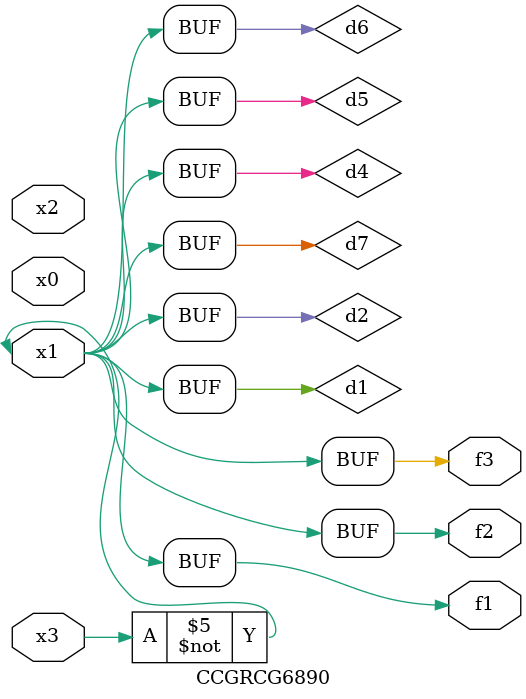
<source format=v>
module CCGRCG6890(
	input x0, x1, x2, x3,
	output f1, f2, f3
);

	wire d1, d2, d3, d4, d5, d6, d7;

	not (d1, x3);
	buf (d2, x1);
	xnor (d3, d1, d2);
	nor (d4, d1);
	buf (d5, d1, d2);
	buf (d6, d4, d5);
	nand (d7, d4);
	assign f1 = d6;
	assign f2 = d7;
	assign f3 = d6;
endmodule

</source>
